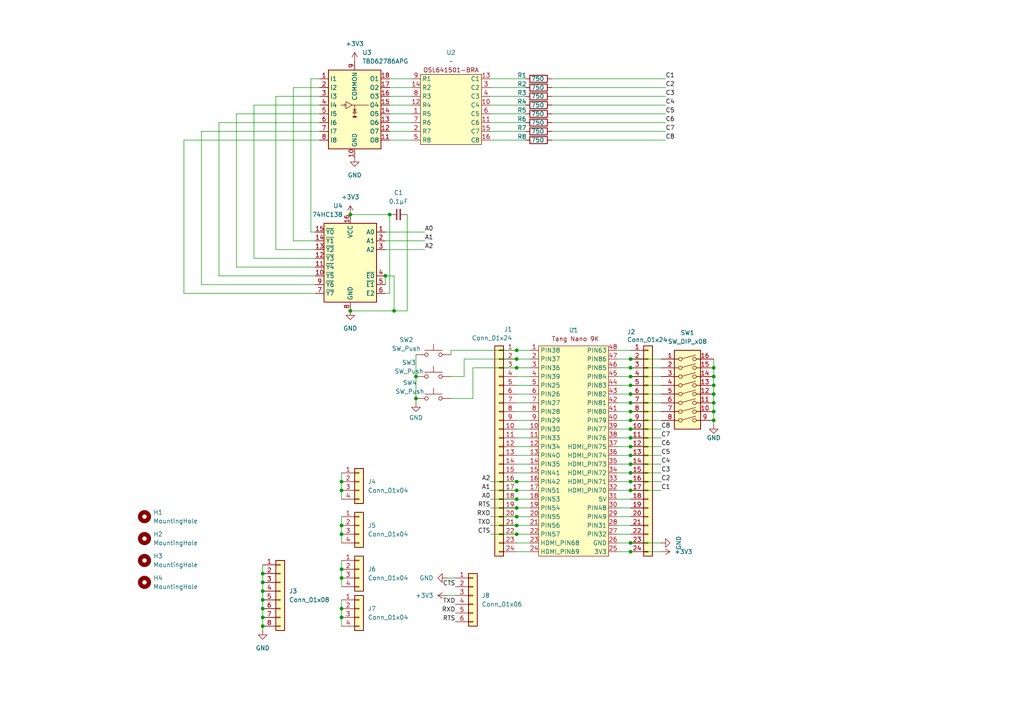
<source format=kicad_sch>
(kicad_sch (version 20231120) (generator "eeschema") (generator_version "8.0")
  (paper "A4")
  (lib_symbols
    (symbol "74xx:74HC138"
      (property "Reference" "U" (at -7.62 13.97 0))
      (property "Value" "74HC138" (at 2.54 -11.43 0))
      (symbol "74HC138_0_1"
        (rectangle (start -7.62 12.7) (end 7.62 -10.16) (stroke (width 0.254)) (fill (type background)))
      )
      (symbol "74HC138_1_1"
        (pin input line (at -10.16 10.16 0) (length 2.54) (name "A0") (number "1"))
        (pin output line (at 10.16 -2.54 180) (length 2.54) (name "~{Y5}") (number "10"))
        (pin output line (at 10.16 0 180) (length 2.54) (name "~{Y4}") (number "11"))
        (pin output line (at 10.16 2.54 180) (length 2.54) (name "~{Y3}") (number "12"))
        (pin output line (at 10.16 5.08 180) (length 2.54) (name "~{Y2}") (number "13"))
        (pin output line (at 10.16 7.62 180) (length 2.54) (name "~{Y1}") (number "14"))
        (pin output line (at 10.16 10.16 180) (length 2.54) (name "~{Y0}") (number "15"))
        (pin power_in line (at 0 15.24 270) (length 2.54) (name "VCC") (number "16"))
        (pin input line (at -10.16 7.62 0) (length 2.54) (name "A1") (number "2"))
        (pin input line (at -10.16 5.08 0) (length 2.54) (name "A2") (number "3"))
        (pin input line (at -10.16 -2.54 0) (length 2.54) (name "~{E0}") (number "4"))
        (pin input line (at -10.16 -5.08 0) (length 2.54) (name "~{E1}") (number "5"))
        (pin input line (at -10.16 -7.62 0) (length 2.54) (name "E2") (number "6"))
        (pin output line (at 10.16 -7.62 180) (length 2.54) (name "~{Y7}") (number "7"))
        (pin power_in line (at 0 -12.7 90) (length 2.54) (name "GND") (number "8"))
        (pin output line (at 10.16 -5.08 180) (length 2.54) (name "~{Y6}") (number "9"))
      )
    )
    (symbol "Connector_Generic:Conn_01x04" (pin_names (offset 1.016) hide)
      (property "Reference" "J" (at 0 5.08 0))
      (property "Value" "Conn_01x04" (at 0 -7.62 0))
      (symbol "Conn_01x04_1_1"
        (rectangle (start -1.27 -4.953) (end 0 -5.207) (stroke (width 0.1524)))
        (rectangle (start -1.27 -2.413) (end 0 -2.667) (stroke (width 0.1524)))
        (rectangle (start -1.27 0.127) (end 0 -0.127) (stroke (width 0.1524)))
        (rectangle (start -1.27 2.667) (end 0 2.413) (stroke (width 0.1524)))
        (rectangle (start -1.27 3.81) (end 1.27 -6.35) (stroke (width 0.254)) (fill (type background)))
        (pin passive line (at -5.08 2.54 0) (length 3.81) (name "Pin_1") (number "1"))
        (pin passive line (at -5.08 0 0) (length 3.81) (name "Pin_2") (number "2"))
        (pin passive line (at -5.08 -2.54 0) (length 3.81) (name "Pin_3") (number "3"))
        (pin passive line (at -5.08 -5.08 0) (length 3.81) (name "Pin_4") (number "4"))
      )
    )
    (symbol "Connector_Generic:Conn_01x06" (pin_names (offset 1.016) hide)
      (property "Reference" "J" (at 0 7.62 0))
      (property "Value" "Conn_01x06" (at 0 -10.16 0))
      (symbol "Conn_01x06_1_1"
        (rectangle (start -1.27 -7.493) (end 0 -7.747) (stroke (width 0.1524)))
        (rectangle (start -1.27 -4.953) (end 0 -5.207) (stroke (width 0.1524)))
        (rectangle (start -1.27 -2.413) (end 0 -2.667) (stroke (width 0.1524)))
        (rectangle (start -1.27 0.127) (end 0 -0.127) (stroke (width 0.1524)))
        (rectangle (start -1.27 2.667) (end 0 2.413) (stroke (width 0.1524)))
        (rectangle (start -1.27 5.207) (end 0 4.953) (stroke (width 0.1524)))
        (rectangle (start -1.27 6.35) (end 1.27 -8.89) (stroke (width 0.254)) (fill (type background)))
        (pin passive line (at -5.08 5.08 0) (length 3.81) (name "Pin_1") (number "1"))
        (pin passive line (at -5.08 2.54 0) (length 3.81) (name "Pin_2") (number "2"))
        (pin passive line (at -5.08 0 0) (length 3.81) (name "Pin_3") (number "3"))
        (pin passive line (at -5.08 -2.54 0) (length 3.81) (name "Pin_4") (number "4"))
        (pin passive line (at -5.08 -5.08 0) (length 3.81) (name "Pin_5") (number "5"))
        (pin passive line (at -5.08 -7.62 0) (length 3.81) (name "Pin_6") (number "6"))
      )
    )
    (symbol "Connector_Generic:Conn_01x08" (pin_names (offset 1.016) hide)
      (property "Reference" "J" (at 0 10.16 0))
      (property "Value" "Conn_01x08" (at 0 -12.7 0))
      (symbol "Conn_01x08_1_1"
        (rectangle (start -1.27 -10.033) (end 0 -10.287) (stroke (width 0.1524)))
        (rectangle (start -1.27 -7.493) (end 0 -7.747) (stroke (width 0.1524)))
        (rectangle (start -1.27 -4.953) (end 0 -5.207) (stroke (width 0.1524)))
        (rectangle (start -1.27 -2.413) (end 0 -2.667) (stroke (width 0.1524)))
        (rectangle (start -1.27 0.127) (end 0 -0.127) (stroke (width 0.1524)))
        (rectangle (start -1.27 2.667) (end 0 2.413) (stroke (width 0.1524)))
        (rectangle (start -1.27 5.207) (end 0 4.953) (stroke (width 0.1524)))
        (rectangle (start -1.27 7.747) (end 0 7.493) (stroke (width 0.1524)))
        (rectangle (start -1.27 8.89) (end 1.27 -11.43) (stroke (width 0.254)) (fill (type background)))
        (pin passive line (at -5.08 7.62 0) (length 3.81) (name "Pin_1") (number "1"))
        (pin passive line (at -5.08 5.08 0) (length 3.81) (name "Pin_2") (number "2"))
        (pin passive line (at -5.08 2.54 0) (length 3.81) (name "Pin_3") (number "3"))
        (pin passive line (at -5.08 0 0) (length 3.81) (name "Pin_4") (number "4"))
        (pin passive line (at -5.08 -2.54 0) (length 3.81) (name "Pin_5") (number "5"))
        (pin passive line (at -5.08 -5.08 0) (length 3.81) (name "Pin_6") (number "6"))
        (pin passive line (at -5.08 -7.62 0) (length 3.81) (name "Pin_7") (number "7"))
        (pin passive line (at -5.08 -10.16 0) (length 3.81) (name "Pin_8") (number "8"))
      )
    )
    (symbol "Connector_Generic:Conn_01x24" (pin_names (offset 1.016) hide)
      (property "Reference" "J" (at 0 30.48 0))
      (property "Value" "Conn_01x24" (at 0 -33.02 0))
      (symbol "Conn_01x24_1_1"
        (rectangle (start -1.27 -30.353) (end 0 -30.607) (stroke (width 0.1524)))
        (rectangle (start -1.27 -27.813) (end 0 -28.067) (stroke (width 0.1524)))
        (rectangle (start -1.27 -25.273) (end 0 -25.527) (stroke (width 0.1524)))
        (rectangle (start -1.27 -22.733) (end 0 -22.987) (stroke (width 0.1524)))
        (rectangle (start -1.27 -20.193) (end 0 -20.447) (stroke (width 0.1524)))
        (rectangle (start -1.27 -17.653) (end 0 -17.907) (stroke (width 0.1524)))
        (rectangle (start -1.27 -15.113) (end 0 -15.367) (stroke (width 0.1524)))
        (rectangle (start -1.27 -12.573) (end 0 -12.827) (stroke (width 0.1524)))
        (rectangle (start -1.27 -10.033) (end 0 -10.287) (stroke (width 0.1524)))
        (rectangle (start -1.27 -7.493) (end 0 -7.747) (stroke (width 0.1524)))
        (rectangle (start -1.27 -4.953) (end 0 -5.207) (stroke (width 0.1524)))
        (rectangle (start -1.27 -2.413) (end 0 -2.667) (stroke (width 0.1524)))
        (rectangle (start -1.27 0.127) (end 0 -0.127) (stroke (width 0.1524)))
        (rectangle (start -1.27 2.667) (end 0 2.413) (stroke (width 0.1524)))
        (rectangle (start -1.27 5.207) (end 0 4.953) (stroke (width 0.1524)))
        (rectangle (start -1.27 7.747) (end 0 7.493) (stroke (width 0.1524)))
        (rectangle (start -1.27 10.287) (end 0 10.033) (stroke (width 0.1524)))
        (rectangle (start -1.27 12.827) (end 0 12.573) (stroke (width 0.1524)))
        (rectangle (start -1.27 15.367) (end 0 15.113) (stroke (width 0.1524)))
        (rectangle (start -1.27 17.907) (end 0 17.653) (stroke (width 0.1524)))
        (rectangle (start -1.27 20.447) (end 0 20.193) (stroke (width 0.1524)))
        (rectangle (start -1.27 22.987) (end 0 22.733) (stroke (width 0.1524)))
        (rectangle (start -1.27 25.527) (end 0 25.273) (stroke (width 0.1524)))
        (rectangle (start -1.27 28.067) (end 0 27.813) (stroke (width 0.1524)))
        (rectangle (start -1.27 29.21) (end 1.27 -31.75) (stroke (width 0.254)) (fill (type background)))
        (pin passive line (at -5.08 27.94 0) (length 3.81) (name "Pin_1") (number "1"))
        (pin passive line (at -5.08 5.08 0) (length 3.81) (name "Pin_10") (number "10"))
        (pin passive line (at -5.08 2.54 0) (length 3.81) (name "Pin_11") (number "11"))
        (pin passive line (at -5.08 0 0) (length 3.81) (name "Pin_12") (number "12"))
        (pin passive line (at -5.08 -2.54 0) (length 3.81) (name "Pin_13") (number "13"))
        (pin passive line (at -5.08 -5.08 0) (length 3.81) (name "Pin_14") (number "14"))
        (pin passive line (at -5.08 -7.62 0) (length 3.81) (name "Pin_15") (number "15"))
        (pin passive line (at -5.08 -10.16 0) (length 3.81) (name "Pin_16") (number "16"))
        (pin passive line (at -5.08 -12.7 0) (length 3.81) (name "Pin_17") (number "17"))
        (pin passive line (at -5.08 -15.24 0) (length 3.81) (name "Pin_18") (number "18"))
        (pin passive line (at -5.08 -17.78 0) (length 3.81) (name "Pin_19") (number "19"))
        (pin passive line (at -5.08 25.4 0) (length 3.81) (name "Pin_2") (number "2"))
        (pin passive line (at -5.08 -20.32 0) (length 3.81) (name "Pin_20") (number "20"))
        (pin passive line (at -5.08 -22.86 0) (length 3.81) (name "Pin_21") (number "21"))
        (pin passive line (at -5.08 -25.4 0) (length 3.81) (name "Pin_22") (number "22"))
        (pin passive line (at -5.08 -27.94 0) (length 3.81) (name "Pin_23") (number "23"))
        (pin passive line (at -5.08 -30.48 0) (length 3.81) (name "Pin_24") (number "24"))
        (pin passive line (at -5.08 22.86 0) (length 3.81) (name "Pin_3") (number "3"))
        (pin passive line (at -5.08 20.32 0) (length 3.81) (name "Pin_4") (number "4"))
        (pin passive line (at -5.08 17.78 0) (length 3.81) (name "Pin_5") (number "5"))
        (pin passive line (at -5.08 15.24 0) (length 3.81) (name "Pin_6") (number "6"))
        (pin passive line (at -5.08 12.7 0) (length 3.81) (name "Pin_7") (number "7"))
        (pin passive line (at -5.08 10.16 0) (length 3.81) (name "Pin_8") (number "8"))
        (pin passive line (at -5.08 7.62 0) (length 3.81) (name "Pin_9") (number "9"))
      )
    )
    (symbol "Device:C_Small" (pin_numbers hide) (pin_names (offset 0.254) hide)
      (property "Reference" "C" (at 0.254 1.778 0))
      (property "Value" "C_Small" (at 0.254 -2.032 0))
      (symbol "C_Small_0_1"
        (polyline (pts (xy -1.524 -0.508) (xy 1.524 -0.508)) (stroke (width 0.3302)))
        (polyline (pts (xy -1.524 0.508) (xy 1.524 0.508)) (stroke (width 0.3048)))
      )
      (symbol "C_Small_1_1"
        (pin passive line (at 0 2.54 270) (length 2.032) (name "~") (number "1"))
        (pin passive line (at 0 -2.54 90) (length 2.032) (name "~") (number "2"))
      )
    )
    (symbol "Device:R" (pin_numbers hide) (pin_names (offset 0))
      (property "Reference" "R" (at 2.032 0 90))
      (property "Value" "R" (at 0 0 90))
      (symbol "R_0_1"
        (rectangle (start -1.016 -2.54) (end 1.016 2.54) (stroke (width 0.254)))
      )
      (symbol "R_1_1"
        (pin passive line (at 0 3.81 270) (length 1.27) (name "~") (number "1"))
        (pin passive line (at 0 -3.81 90) (length 1.27) (name "~") (number "2"))
      )
    )
    (symbol "Mechanical:MountingHole" (pin_names (offset 1.016)) (exclude_from_sim yes) (in_bom no)
      (property "Reference" "H" (at 0 5.08 0))
      (property "Value" "MountingHole" (at 0 3.175 0))
      (symbol "MountingHole_0_1"
        (circle (center 0 0) (radius 1.27) (stroke (width 1.27)))
      )
    )
    (symbol "Switch:SW_DIP_x08" (pin_names (offset 0) hide)
      (property "Reference" "SW" (at 0 13.97 0))
      (property "Value" "SW_DIP_x08" (at 0 -11.43 0))
      (symbol "SW_DIP_x08_0_0"
        (circle (center -2.032 -7.62) (radius 0.508))
        (circle (center -2.032 -5.08) (radius 0.508))
        (circle (center -2.032 -2.54) (radius 0.508))
        (circle (center -2.032 0) (radius 0.508))
        (circle (center -2.032 2.54) (radius 0.508))
        (circle (center -2.032 5.08) (radius 0.508))
        (circle (center -2.032 7.62) (radius 0.508))
        (circle (center -2.032 10.16) (radius 0.508))
        (polyline (pts (xy -1.524 -7.4676) (xy 2.3622 -6.4262)))
        (polyline (pts (xy -1.524 -4.9276) (xy 2.3622 -3.8862)))
        (polyline (pts (xy -1.524 -2.3876) (xy 2.3622 -1.3462)))
        (polyline (pts (xy -1.524 0.127) (xy 2.3622 1.1684)))
        (polyline (pts (xy -1.524 2.667) (xy 2.3622 3.7084)))
        (polyline (pts (xy -1.524 5.207) (xy 2.3622 6.2484)))
        (polyline (pts (xy -1.524 7.747) (xy 2.3622 8.7884)))
        (polyline (pts (xy -1.524 10.287) (xy 2.3622 11.3284)))
        (circle (center 2.032 -7.62) (radius 0.508))
        (circle (center 2.032 -5.08) (radius 0.508))
        (circle (center 2.032 -2.54) (radius 0.508))
        (circle (center 2.032 0) (radius 0.508))
        (circle (center 2.032 2.54) (radius 0.508))
        (circle (center 2.032 5.08) (radius 0.508))
        (circle (center 2.032 7.62) (radius 0.508))
        (circle (center 2.032 10.16) (radius 0.508))
      )
      (symbol "SW_DIP_x08_0_1"
        (rectangle (start -3.81 12.7) (end 3.81 -10.16) (stroke (width 0.254)) (fill (type background)))
      )
      (symbol "SW_DIP_x08_1_1"
        (pin passive line (at -7.62 10.16 0) (length 5.08) (name "~") (number "1"))
        (pin passive line (at 7.62 -5.08 180) (length 5.08) (name "~") (number "10"))
        (pin passive line (at 7.62 -2.54 180) (length 5.08) (name "~") (number "11"))
        (pin passive line (at 7.62 0 180) (length 5.08) (name "~") (number "12"))
        (pin passive line (at 7.62 2.54 180) (length 5.08) (name "~") (number "13"))
        (pin passive line (at 7.62 5.08 180) (length 5.08) (name "~") (number "14"))
        (pin passive line (at 7.62 7.62 180) (length 5.08) (name "~") (number "15"))
        (pin passive line (at 7.62 10.16 180) (length 5.08) (name "~") (number "16"))
        (pin passive line (at -7.62 7.62 0) (length 5.08) (name "~") (number "2"))
        (pin passive line (at -7.62 5.08 0) (length 5.08) (name "~") (number "3"))
        (pin passive line (at -7.62 2.54 0) (length 5.08) (name "~") (number "4"))
        (pin passive line (at -7.62 0 0) (length 5.08) (name "~") (number "5"))
        (pin passive line (at -7.62 -2.54 0) (length 5.08) (name "~") (number "6"))
        (pin passive line (at -7.62 -5.08 0) (length 5.08) (name "~") (number "7"))
        (pin passive line (at -7.62 -7.62 0) (length 5.08) (name "~") (number "8"))
        (pin passive line (at 7.62 -7.62 180) (length 5.08) (name "~") (number "9"))
      )
    )
    (symbol "Switch:SW_Push" (pin_numbers hide) (pin_names (offset 1.016) hide)
      (property "Reference" "SW" (at 1.27 2.54 0))
      (property "Value" "SW_Push" (at 0 -1.524 0))
      (symbol "SW_Push_0_1"
        (circle (center -2.032 0) (radius 0.508))
        (polyline (pts (xy 0 1.27) (xy 0 3.048)))
        (polyline (pts (xy 2.54 1.27) (xy -2.54 1.27)))
        (circle (center 2.032 0) (radius 0.508))
        (pin passive line (at -5.08 0 0) (length 2.54) (name "1") (number "1"))
        (pin passive line (at 5.08 0 180) (length 2.54) (name "2") (number "2"))
      )
    )
    (symbol "power:+3V3" (power) (pin_numbers hide) (pin_names (offset 0) hide)
      (property "Value" "+3V3" (at 0 3.556 0))
      (symbol "+3V3_0_1"
        (polyline (pts (xy -0.762 1.27) (xy 0 2.54)))
        (polyline (pts (xy 0 0) (xy 0 2.54)))
        (polyline (pts (xy 0 2.54) (xy 0.762 1.27)))
      )
      (symbol "+3V3_1_1"
        (pin power_in line (at 0 0 90) (length 0) (name "~") (number "1"))
      )
    )
    (symbol "power:GND" (power) (pin_numbers hide) (pin_names (offset 0) hide)
      (property "Value" "GND" (at 0 -3.81 0))
      (symbol "GND_0_1"
        (polyline (pts (xy 0 0) (xy 0 -1.27) (xy 1.27 -1.27) (xy 0 -2.54) (xy -1.27 -1.27) (xy 0 -1.27)))
      )
      (symbol "GND_1_1"
        (pin power_in line (at 0 0 270) (length 0) (name "~") (number "1"))
      )
    )
    (symbol "yuma_bf:OSL641501-BRA"
      (property "Reference" "U" (at 0 0 0))
      (symbol "OSL641501-BRA_1_1"
        (rectangle (start -8.89 10.16) (end 8.89 -10.16) (fill (type background)))
        (text "OSL641501-BRA" (at 0 11.43 0) (effects (font (size 1.27 1.27))))
        (pin input line (at -11.43 -1.27 0) (length 2.54) (name "R5") (number "1"))
        (pin input line (at 11.43 1.27 180) (length 2.54) (name "C4") (number "10"))
        (pin input line (at 11.43 -3.81 180) (length 2.54) (name "C6") (number "11"))
        (pin input line (at -11.43 1.27 0) (length 2.54) (name "R4") (number "12"))
        (pin input line (at 11.43 8.89 180) (length 2.54) (name "C1") (number "13"))
        (pin input line (at -11.43 6.35 0) (length 2.54) (name "R2") (number "14"))
        (pin input line (at 11.43 -6.35 180) (length 2.54) (name "C7") (number "15"))
        (pin input line (at 11.43 -8.89 180) (length 2.54) (name "C8") (number "16"))
        (pin input line (at -11.43 -6.35 0) (length 2.54) (name "R7") (number "2"))
        (pin input line (at 11.43 6.35 180) (length 2.54) (name "C2") (number "3"))
        (pin input line (at 11.43 3.81 180) (length 2.54) (name "C3") (number "4"))
        (pin input line (at -11.43 -8.89 0) (length 2.54) (name "R8") (number "5"))
        (pin input line (at 11.43 -1.27 180) (length 2.54) (name "C5") (number "6"))
        (pin input line (at -11.43 -3.81 0) (length 2.54) (name "R6") (number "7"))
        (pin input line (at -11.43 3.81 0) (length 2.54) (name "R3") (number "8"))
        (pin input line (at -11.43 8.89 0) (length 2.54) (name "R1") (number "9"))
      )
    )
    (symbol "yuma_bf:TBD62786APG"
      (property "Reference" "U3" (at 2.1941 15.24 0))
      (property "Value" "TBD62786APG" (at 2.1941 12.7 0))
      (symbol "TBD62786APG_0_1"
        (rectangle (start -7.62 10.16) (end 7.62 -12.7) (stroke (width 0.254)) (fill (type background)))
        (circle (center -2.794 0) (radius 0.254))
        (rectangle (start -0.508 -3.302) (end 0.508 -3.556) (fill (type outline)))
        (polyline (pts (xy -4.064 0) (xy -3.048 0)))
        (polyline (pts (xy -1.778 -2.794) (xy -1.778 -2.794)) (stroke (width 0.254)))
        (polyline (pts (xy -1.778 -2.032) (xy -1.778 -2.032)) (stroke (width 0.254)))
        (polyline (pts (xy -1.778 -1.27) (xy -1.778 -1.27)) (stroke (width 0.254)))
        (polyline (pts (xy -1.778 1.27) (xy -1.778 1.27)) (stroke (width 0.254)))
        (polyline (pts (xy -1.778 2.032) (xy -1.778 2.032)) (stroke (width 0.254)))
        (polyline (pts (xy -1.778 2.794) (xy -1.778 2.794)) (stroke (width 0.254)))
        (polyline (pts (xy -0.762 0) (xy 4.064 0)))
        (polyline (pts (xy -0.508 -1.27) (xy 0.508 -1.27)))
        (polyline (pts (xy 0 0) (xy 0 -3.302)))
        (polyline (pts (xy 0 0) (xy 0 0)) (stroke (width 0.508)))
        (polyline (pts (xy 0 -1.27) (xy -0.508 -2.286) (xy 0.508 -2.286) (xy 0 -1.27)))
        (polyline (pts (xy -2.54 0) (xy -2.54 0) (xy -2.54 1.016) (xy -0.762 0) (xy -2.54 -1.016) (xy -2.54 0)))
      )
      (symbol "TBD62786APG_1_1"
        (pin input line (at -10.16 7.62 0) (length 2.54) (name "I1") (number "1"))
        (pin power_in line (at 0 -15.24 90) (length 2.54) (name "GND") (number "10"))
        (pin open_emitter line (at 10.16 -10.16 180) (length 2.54) (name "O8") (number "11"))
        (pin open_emitter line (at 10.16 -7.62 180) (length 2.54) (name "O7") (number "12"))
        (pin open_emitter line (at 10.16 -5.08 180) (length 2.54) (name "O6") (number "13"))
        (pin open_emitter line (at 10.16 -2.54 180) (length 2.54) (name "O5") (number "14"))
        (pin open_emitter line (at 10.16 0 180) (length 2.54) (name "O4") (number "15"))
        (pin open_emitter line (at 10.16 2.54 180) (length 2.54) (name "O3") (number "16"))
        (pin open_emitter line (at 10.16 5.08 180) (length 2.54) (name "O2") (number "17"))
        (pin open_emitter line (at 10.16 7.62 180) (length 2.54) (name "O1") (number "18"))
        (pin input line (at -10.16 5.08 0) (length 2.54) (name "I2") (number "2"))
        (pin input line (at -10.16 2.54 0) (length 2.54) (name "I3") (number "3"))
        (pin input line (at -10.16 0 0) (length 2.54) (name "I4") (number "4"))
        (pin input line (at -10.16 -2.54 0) (length 2.54) (name "I5") (number "5"))
        (pin input line (at -10.16 -5.08 0) (length 2.54) (name "I6") (number "6"))
        (pin input line (at -10.16 -7.62 0) (length 2.54) (name "I7") (number "7"))
        (pin input line (at -10.16 -10.16 0) (length 2.54) (name "I8") (number "8"))
        (pin power_in line (at 0 12.7 270) (length 2.54) (name "COMMON") (number "9"))
      )
    )
    (symbol "yuma_bf:Tang_Nano_9K"
      (property "Reference" "U" (at 0 -0.508 0))
      (symbol "Tang_Nano_9K_1_1"
        (rectangle (start -10.16 29.21) (end 10.16 -31.75) (fill (type background)))
        (text "Tang Nano 9K\n" (at 0.508 31.242 0) (effects (font (size 1.27 1.27))))
        (pin bidirectional line (at -12.7 27.94 0) (length 2.54) (name "PIN38") (number "1"))
        (pin bidirectional line (at -12.7 5.08 0) (length 2.54) (name "PIN30") (number "10"))
        (pin bidirectional line (at -12.7 2.54 0) (length 2.54) (name "PIN33") (number "11"))
        (pin bidirectional line (at -12.7 0 0) (length 2.54) (name "PIN34") (number "12"))
        (pin bidirectional line (at -12.7 -2.54 0) (length 2.54) (name "PIN40") (number "13"))
        (pin bidirectional line (at -12.7 -5.08 0) (length 2.54) (name "PIN35") (number "14"))
        (pin bidirectional line (at -12.7 -7.62 0) (length 2.54) (name "PIN41") (number "15"))
        (pin bidirectional line (at -12.7 -10.16 0) (length 2.54) (name "PIN42") (number "16"))
        (pin bidirectional line (at -12.7 -12.7 0) (length 2.54) (name "PIN51") (number "17"))
        (pin bidirectional line (at -12.7 -15.24 0) (length 2.54) (name "PIN53") (number "18"))
        (pin bidirectional line (at -12.7 -17.78 0) (length 2.54) (name "PIN54") (number "19"))
        (pin bidirectional line (at -12.7 25.4 0) (length 2.54) (name "PIN37") (number "2"))
        (pin bidirectional line (at -12.7 -20.32 0) (length 2.54) (name "PIN55") (number "20"))
        (pin bidirectional line (at -12.7 -22.86 0) (length 2.54) (name "PIN56") (number "21"))
        (pin bidirectional line (at -12.7 -25.4 0) (length 2.54) (name "PIN57") (number "22"))
        (pin bidirectional line (at -12.7 -27.94 0) (length 2.54) (name "HDMI_PIN68") (number "23"))
        (pin bidirectional line (at -12.7 -30.48 0) (length 2.54) (name "HDMI_PIN69") (number "24"))
        (pin power_out line (at 12.7 -30.48 180) (length 2.54) (name "3V3") (number "25"))
        (pin power_out line (at 12.7 -27.94 180) (length 2.54) (name "GND") (number "26"))
        (pin bidirectional line (at 12.7 -25.4 180) (length 2.54) (name "PIN32") (number "27"))
        (pin bidirectional line (at 12.7 -22.86 180) (length 2.54) (name "PIN31") (number "28"))
        (pin bidirectional line (at 12.7 -20.32 180) (length 2.54) (name "PIN49") (number "29"))
        (pin bidirectional line (at -12.7 22.86 0) (length 2.54) (name "PIN36") (number "3"))
        (pin bidirectional line (at 12.7 -17.78 180) (length 2.54) (name "PIN48") (number "30"))
        (pin power_out line (at 12.7 -15.24 180) (length 2.54) (name "5V") (number "31"))
        (pin bidirectional line (at 12.7 -12.7 180) (length 2.54) (name "HDMI_PIN70") (number "32"))
        (pin bidirectional line (at 12.7 -10.16 180) (length 2.54) (name "HDMI_PIN71") (number "33"))
        (pin bidirectional line (at 12.7 -7.62 180) (length 2.54) (name "HDMI_PIN72") (number "34"))
        (pin bidirectional line (at 12.7 -5.08 180) (length 2.54) (name "HDMI_PIN73") (number "35"))
        (pin bidirectional line (at 12.7 -2.54 180) (length 2.54) (name "HDMI_PIN74") (number "36"))
        (pin bidirectional line (at 12.7 0 180) (length 2.54) (name "HDMI_PIN75") (number "37"))
        (pin bidirectional line (at 12.7 2.54 180) (length 2.54) (name "PIN76") (number "38"))
        (pin bidirectional line (at 12.7 5.08 180) (length 2.54) (name "PIN77") (number "39"))
        (pin bidirectional line (at -12.7 20.32 0) (length 2.54) (name "PIN39") (number "4"))
        (pin bidirectional line (at 12.7 7.62 180) (length 2.54) (name "PIN79") (number "40"))
        (pin bidirectional line (at 12.7 10.16 180) (length 2.54) (name "PIN80") (number "41"))
        (pin bidirectional line (at 12.7 12.7 180) (length 2.54) (name "PIN81") (number "42"))
        (pin bidirectional line (at 12.7 15.24 180) (length 2.54) (name "PIN82") (number "43"))
        (pin bidirectional line (at 12.7 17.78 180) (length 2.54) (name "PIN83") (number "44"))
        (pin bidirectional line (at 12.7 20.32 180) (length 2.54) (name "PIN84") (number "45"))
        (pin bidirectional line (at 12.7 22.86 180) (length 2.54) (name "PIN85") (number "46"))
        (pin bidirectional line (at 12.7 25.4 180) (length 2.54) (name "PIN86") (number "47"))
        (pin bidirectional line (at 12.7 27.94 180) (length 2.54) (name "PIN63") (number "48"))
        (pin bidirectional line (at -12.7 17.78 0) (length 2.54) (name "PIN25") (number "5"))
        (pin bidirectional line (at -12.7 15.24 0) (length 2.54) (name "PIN26") (number "6"))
        (pin bidirectional line (at -12.7 12.7 0) (length 2.54) (name "PIN27") (number "7"))
        (pin bidirectional line (at -12.7 10.16 0) (length 2.54) (name "PIN28") (number "8"))
        (pin bidirectional line (at -12.7 7.62 0) (length 2.54) (name "PIN29") (number "9"))
      )
    )
  )
  (junction (at 114.3 90.17))
  (junction (at 76.2 168.91))
  (junction (at 207.01 114.3))
  (junction (at 182.88 139.7))
  (junction (at 99.06 179.07))
  (junction (at 182.88 160.02))
  (junction (at 182.88 124.46))
  (junction (at 149.86 144.78))
  (junction (at 149.86 106.68))
  (junction (at 182.88 134.62))
  (junction (at 207.01 109.22))
  (junction (at 207.01 106.68))
  (junction (at 99.06 176.53))
  (junction (at 182.88 129.54))
  (junction (at 113.03 62.23))
  (junction (at 182.88 127))
  (junction (at 182.88 111.76))
  (junction (at 149.86 147.32))
  (junction (at 76.2 179.07))
  (junction (at 120.65 115.57))
  (junction (at 111.76 80.01))
  (junction (at 99.06 154.94))
  (junction (at 99.06 152.4))
  (junction (at 207.01 119.38))
  (junction (at 182.88 142.24))
  (junction (at 182.88 132.08))
  (junction (at 182.88 109.22))
  (junction (at 182.88 104.14))
  (junction (at 207.01 121.92))
  (junction (at 182.88 137.16))
  (junction (at 182.88 114.3))
  (junction (at 101.6 62.23))
  (junction (at 76.2 181.61))
  (junction (at 120.65 109.22))
  (junction (at 101.6 90.17))
  (junction (at 207.01 116.84))
  (junction (at 149.86 101.6))
  (junction (at 99.06 165.1))
  (junction (at 99.06 142.24))
  (junction (at 149.86 154.94))
  (junction (at 76.2 176.53))
  (junction (at 76.2 171.45))
  (junction (at 182.88 157.48))
  (junction (at 149.86 149.86))
  (junction (at 182.88 106.68))
  (junction (at 149.86 142.24))
  (junction (at 76.2 166.37))
  (junction (at 149.86 104.14))
  (junction (at 149.86 139.7))
  (junction (at 182.88 121.92))
  (junction (at 76.2 173.99))
  (junction (at 207.01 111.76))
  (junction (at 182.88 119.38))
  (junction (at 99.06 167.64))
  (junction (at 149.86 152.4))
  (junction (at 182.88 116.84))
  (junction (at 99.06 139.7))
  (wire (pts (xy 182.88 144.78) (xy 179.07 144.78)))
  (wire (pts (xy 142.24 38.1) (xy 152.4 38.1)))
  (wire (pts (xy 118.11 62.23) (xy 118.11 90.17)))
  (wire (pts (xy 182.88 114.3) (xy 179.07 114.3)))
  (wire (pts (xy 111.76 80.01) (xy 114.3 80.01)))
  (wire (pts (xy 149.86 109.22) (xy 153.67 109.22)))
  (wire (pts (xy 191.77 114.3) (xy 182.88 114.3)))
  (wire (pts (xy 149.86 152.4) (xy 153.67 152.4)))
  (wire (pts (xy 142.24 139.7) (xy 149.86 139.7)))
  (wire (pts (xy 149.86 157.48) (xy 153.67 157.48)))
  (wire (pts (xy 137.16 115.57) (xy 137.16 106.68)))
  (wire (pts (xy 142.24 152.4) (xy 149.86 152.4)))
  (wire (pts (xy 182.88 101.6) (xy 179.07 101.6)))
  (wire (pts (xy 134.62 104.14) (xy 134.62 109.22)))
  (wire (pts (xy 191.77 104.14) (xy 182.88 104.14)))
  (wire (pts (xy 99.06 173.99) (xy 99.06 176.53)))
  (wire (pts (xy 113.03 40.64) (xy 119.38 40.64)))
  (wire (pts (xy 191.77 124.46) (xy 182.88 124.46)))
  (wire (pts (xy 160.02 22.86) (xy 193.04 22.86)))
  (wire (pts (xy 149.86 137.16) (xy 153.67 137.16)))
  (wire (pts (xy 160.02 33.02) (xy 193.04 33.02)))
  (wire (pts (xy 111.76 85.09) (xy 113.03 85.09)))
  (wire (pts (xy 76.2 181.61) (xy 76.2 182.88)))
  (wire (pts (xy 85.09 25.4) (xy 92.71 25.4)))
  (wire (pts (xy 85.09 69.85) (xy 85.09 25.4)))
  (wire (pts (xy 149.86 111.76) (xy 153.67 111.76)))
  (wire (pts (xy 101.6 90.17) (xy 114.3 90.17)))
  (wire (pts (xy 182.88 121.92) (xy 179.07 121.92)))
  (wire (pts (xy 90.17 67.31) (xy 90.17 22.86)))
  (wire (pts (xy 182.88 129.54) (xy 179.07 129.54)))
  (wire (pts (xy 80.01 27.94) (xy 92.71 27.94)))
  (wire (pts (xy 113.03 25.4) (xy 119.38 25.4)))
  (wire (pts (xy 53.34 40.64) (xy 92.71 40.64)))
  (wire (pts (xy 53.34 85.09) (xy 53.34 40.64)))
  (wire (pts (xy 76.2 166.37) (xy 76.2 168.91)))
  (wire (pts (xy 142.24 33.02) (xy 152.4 33.02)))
  (wire (pts (xy 149.86 154.94) (xy 153.67 154.94)))
  (wire (pts (xy 182.88 109.22) (xy 179.07 109.22)))
  (wire (pts (xy 149.86 134.62) (xy 153.67 134.62)))
  (wire (pts (xy 101.6 62.23) (xy 113.03 62.23)))
  (wire (pts (xy 58.42 82.55) (xy 58.42 38.1)))
  (wire (pts (xy 149.86 114.3) (xy 153.67 114.3)))
  (wire (pts (xy 80.01 72.39) (xy 80.01 27.94)))
  (wire (pts (xy 191.77 137.16) (xy 182.88 137.16)))
  (wire (pts (xy 113.03 33.02) (xy 119.38 33.02)))
  (wire (pts (xy 68.58 77.47) (xy 68.58 33.02)))
  (wire (pts (xy 91.44 72.39) (xy 80.01 72.39)))
  (wire (pts (xy 111.76 67.31) (xy 123.19 67.31)))
  (wire (pts (xy 99.06 154.94) (xy 99.06 157.48)))
  (wire (pts (xy 160.02 38.1) (xy 193.04 38.1)))
  (wire (pts (xy 99.06 149.86) (xy 99.06 152.4)))
  (wire (pts (xy 149.86 132.08) (xy 153.67 132.08)))
  (wire (pts (xy 149.86 149.86) (xy 153.67 149.86)))
  (wire (pts (xy 182.88 127) (xy 179.07 127)))
  (wire (pts (xy 149.86 121.92) (xy 153.67 121.92)))
  (wire (pts (xy 63.5 35.56) (xy 92.71 35.56)))
  (wire (pts (xy 142.24 27.94) (xy 152.4 27.94)))
  (wire (pts (xy 99.06 176.53) (xy 99.06 179.07)))
  (wire (pts (xy 149.86 127) (xy 153.67 127)))
  (wire (pts (xy 142.24 40.64) (xy 152.4 40.64)))
  (wire (pts (xy 149.86 129.54) (xy 153.67 129.54)))
  (wire (pts (xy 113.03 35.56) (xy 119.38 35.56)))
  (wire (pts (xy 149.86 124.46) (xy 153.67 124.46)))
  (wire (pts (xy 113.03 30.48) (xy 119.38 30.48)))
  (wire (pts (xy 160.02 35.56) (xy 193.04 35.56)))
  (wire (pts (xy 191.77 134.62) (xy 182.88 134.62)))
  (wire (pts (xy 182.88 149.86) (xy 179.07 149.86)))
  (wire (pts (xy 191.77 129.54) (xy 182.88 129.54)))
  (wire (pts (xy 76.2 168.91) (xy 76.2 171.45)))
  (wire (pts (xy 191.77 132.08) (xy 182.88 132.08)))
  (wire (pts (xy 182.88 152.4) (xy 179.07 152.4)))
  (wire (pts (xy 191.77 116.84) (xy 182.88 116.84)))
  (wire (pts (xy 91.44 82.55) (xy 58.42 82.55)))
  (wire (pts (xy 90.17 22.86) (xy 92.71 22.86)))
  (wire (pts (xy 111.76 69.85) (xy 123.19 69.85)))
  (wire (pts (xy 132.08 172.72) (xy 129.54 172.72)))
  (wire (pts (xy 99.06 152.4) (xy 99.06 154.94)))
  (wire (pts (xy 182.88 160.02) (xy 179.07 160.02)))
  (wire (pts (xy 130.81 102.87) (xy 130.81 101.6)))
  (wire (pts (xy 191.77 109.22) (xy 182.88 109.22)))
  (wire (pts (xy 111.76 80.01) (xy 111.76 82.55)))
  (wire (pts (xy 207.01 106.68) (xy 207.01 109.22)))
  (wire (pts (xy 149.86 101.6) (xy 153.67 101.6)))
  (wire (pts (xy 132.08 167.64) (xy 129.54 167.64)))
  (wire (pts (xy 207.01 104.14) (xy 207.01 106.68)))
  (wire (pts (xy 73.66 74.93) (xy 73.66 30.48)))
  (wire (pts (xy 99.06 142.24) (xy 99.06 144.78)))
  (wire (pts (xy 182.88 116.84) (xy 179.07 116.84)))
  (wire (pts (xy 182.88 106.68) (xy 179.07 106.68)))
  (wire (pts (xy 191.77 121.92) (xy 182.88 121.92)))
  (wire (pts (xy 182.88 132.08) (xy 179.07 132.08)))
  (wire (pts (xy 182.88 147.32) (xy 179.07 147.32)))
  (wire (pts (xy 91.44 69.85) (xy 85.09 69.85)))
  (wire (pts (xy 182.88 154.94) (xy 179.07 154.94)))
  (wire (pts (xy 142.24 144.78) (xy 149.86 144.78)))
  (wire (pts (xy 182.88 142.24) (xy 179.07 142.24)))
  (wire (pts (xy 120.65 116.84) (xy 120.65 115.57)))
  (wire (pts (xy 207.01 114.3) (xy 207.01 116.84)))
  (wire (pts (xy 99.06 179.07) (xy 99.06 181.61)))
  (wire (pts (xy 191.77 139.7) (xy 182.88 139.7)))
  (wire (pts (xy 142.24 149.86) (xy 149.86 149.86)))
  (wire (pts (xy 58.42 38.1) (xy 92.71 38.1)))
  (wire (pts (xy 113.03 38.1) (xy 119.38 38.1)))
  (wire (pts (xy 207.01 111.76) (xy 207.01 114.3)))
  (wire (pts (xy 149.86 116.84) (xy 153.67 116.84)))
  (wire (pts (xy 99.06 162.56) (xy 99.06 165.1)))
  (wire (pts (xy 63.5 80.01) (xy 63.5 35.56)))
  (wire (pts (xy 160.02 25.4) (xy 193.04 25.4)))
  (wire (pts (xy 114.3 80.01) (xy 114.3 90.17)))
  (wire (pts (xy 120.65 102.87) (xy 120.65 109.22)))
  (wire (pts (xy 182.88 104.14) (xy 179.07 104.14)))
  (wire (pts (xy 149.86 119.38) (xy 153.67 119.38)))
  (wire (pts (xy 149.86 104.14) (xy 153.67 104.14)))
  (wire (pts (xy 191.77 119.38) (xy 182.88 119.38)))
  (wire (pts (xy 99.06 137.16) (xy 99.06 139.7)))
  (wire (pts (xy 149.86 142.24) (xy 153.67 142.24)))
  (wire (pts (xy 130.81 101.6) (xy 149.86 101.6)))
  (wire (pts (xy 182.88 111.76) (xy 179.07 111.76)))
  (wire (pts (xy 142.24 22.86) (xy 152.4 22.86)))
  (wire (pts (xy 76.2 176.53) (xy 76.2 179.07)))
  (wire (pts (xy 113.03 27.94) (xy 119.38 27.94)))
  (wire (pts (xy 160.02 27.94) (xy 193.04 27.94)))
  (wire (pts (xy 182.88 124.46) (xy 179.07 124.46)))
  (wire (pts (xy 149.86 160.02) (xy 153.67 160.02)))
  (wire (pts (xy 130.81 115.57) (xy 137.16 115.57)))
  (wire (pts (xy 182.88 157.48) (xy 179.07 157.48)))
  (wire (pts (xy 142.24 147.32) (xy 149.86 147.32)))
  (wire (pts (xy 91.44 80.01) (xy 63.5 80.01)))
  (wire (pts (xy 182.88 134.62) (xy 179.07 134.62)))
  (wire (pts (xy 182.88 157.48) (xy 191.77 157.48)))
  (wire (pts (xy 207.01 119.38) (xy 207.01 121.92)))
  (wire (pts (xy 182.88 137.16) (xy 179.07 137.16)))
  (wire (pts (xy 207.01 109.22) (xy 207.01 111.76)))
  (wire (pts (xy 99.06 167.64) (xy 99.06 170.18)))
  (wire (pts (xy 207.01 116.84) (xy 207.01 119.38)))
  (wire (pts (xy 149.86 139.7) (xy 153.67 139.7)))
  (wire (pts (xy 134.62 109.22) (xy 130.81 109.22)))
  (wire (pts (xy 91.44 85.09) (xy 53.34 85.09)))
  (wire (pts (xy 99.06 165.1) (xy 99.06 167.64)))
  (wire (pts (xy 113.03 85.09) (xy 113.03 62.23)))
  (wire (pts (xy 142.24 154.94) (xy 149.86 154.94)))
  (wire (pts (xy 191.77 142.24) (xy 182.88 142.24)))
  (wire (pts (xy 68.58 33.02) (xy 92.71 33.02)))
  (wire (pts (xy 142.24 25.4) (xy 152.4 25.4)))
  (wire (pts (xy 160.02 40.64) (xy 193.04 40.64)))
  (wire (pts (xy 182.88 160.02) (xy 191.77 160.02)))
  (wire (pts (xy 76.2 171.45) (xy 76.2 173.99)))
  (wire (pts (xy 73.66 30.48) (xy 92.71 30.48)))
  (wire (pts (xy 142.24 30.48) (xy 152.4 30.48)))
  (wire (pts (xy 160.02 30.48) (xy 193.04 30.48)))
  (wire (pts (xy 99.06 139.7) (xy 99.06 142.24)))
  (wire (pts (xy 149.86 106.68) (xy 153.67 106.68)))
  (wire (pts (xy 149.86 144.78) (xy 153.67 144.78)))
  (wire (pts (xy 113.03 22.86) (xy 119.38 22.86)))
  (wire (pts (xy 76.2 173.99) (xy 76.2 176.53)))
  (wire (pts (xy 191.77 106.68) (xy 182.88 106.68)))
  (wire (pts (xy 191.77 127) (xy 182.88 127)))
  (wire (pts (xy 137.16 106.68) (xy 149.86 106.68)))
  (wire (pts (xy 111.76 72.39) (xy 123.19 72.39)))
  (wire (pts (xy 118.11 90.17) (xy 114.3 90.17)))
  (wire (pts (xy 134.62 104.14) (xy 149.86 104.14)))
  (wire (pts (xy 90.17 67.31) (xy 91.44 67.31)))
  (wire (pts (xy 142.24 35.56) (xy 152.4 35.56)))
  (wire (pts (xy 76.2 163.83) (xy 76.2 166.37)))
  (wire (pts (xy 182.88 139.7) (xy 179.07 139.7)))
  (wire (pts (xy 142.24 142.24) (xy 149.86 142.24)))
  (wire (pts (xy 91.44 74.93) (xy 73.66 74.93)))
  (wire (pts (xy 149.86 147.32) (xy 153.67 147.32)))
  (wire (pts (xy 120.65 109.22) (xy 120.65 115.57)))
  (wire (pts (xy 91.44 77.47) (xy 68.58 77.47)))
  (wire (pts (xy 207.01 123.19) (xy 207.01 121.92)))
  (wire (pts (xy 76.2 179.07) (xy 76.2 181.61)))
  (wire (pts (xy 191.77 111.76) (xy 182.88 111.76)))
  (wire (pts (xy 182.88 119.38) (xy 179.07 119.38)))
  (label "RXD" (at 132.08 177.8 180))
  (label "TXD" (at 142.24 152.4 180))
  (label "TXD" (at 132.08 175.26 180))
  (label "C8" (at 193.04 40.64 0))
  (label "CTS" (at 132.08 170.18 180))
  (label "C7" (at 191.77 127 0))
  (label "C1" (at 191.77 142.24 0))
  (label "C8" (at 191.77 124.46 0))
  (label "C4" (at 191.77 134.62 0))
  (label "RTS" (at 142.24 147.32 180))
  (label "A2" (at 123.19 72.39 0))
  (label "C5" (at 191.77 132.08 0))
  (label "C3" (at 191.77 137.16 0))
  (label "A1" (at 142.24 142.24 180))
  (label "CTS" (at 142.24 154.94 180))
  (label "C7" (at 193.04 38.1 0))
  (label "A0" (at 123.19 67.31 0))
  (label "C6" (at 193.04 35.56 0))
  (label "A0" (at 142.24 144.78 180))
  (label "RTS" (at 132.08 180.34 180))
  (label "A1" (at 123.19 69.85 0))
  (label "A2" (at 142.24 139.7 180))
  (label "C1" (at 193.04 22.86 0))
  (label "C2" (at 191.77 139.7 0))
  (label "C4" (at 193.04 30.48 0))
  (label "C3" (at 193.04 27.94 0))
  (label "C2" (at 193.04 25.4 0))
  (label "RXD" (at 142.24 149.86 180))
  (label "C5" (at 193.04 33.02 0))
  (label "C6" (at 191.77 129.54 0))
  (symbol (lib_id "yuma_bf:OSL641501-BRA") (at 130.81 31.75 0) (unit 1)
    (property "Reference" "U2" (at 130.81 15.24 0))
    (property "Value" "~" (at 130.81 17.78 0))
    (property "Footprint" "BFP_footprints:OSL641501-BX" (effects (hide yes)))
  )
  (symbol (lib_id "power:GND") (at 76.2 182.88 0) (unit 1)
    (property "Reference" "#PWR02" (effects (hide yes)))
    (property "Value" "GND" (at 76.2 187.96 0))
    (property "Description" "Power symbol creates a global label with name \"GND\" , ground" (effects (hide yes)))
  )
  (symbol (lib_id "Connector_Generic:Conn_01x24") (at 144.78 129.54 0) (mirror y) (unit 1)
    (property "Reference" "J1" (at 148.59 95.504 0) (effects (justify left)))
    (property "Value" "Conn_01x24" (at 148.59 98.044 0) (effects (justify left)))
    (property "Footprint" "Connector_PinHeader_2.54mm:PinHeader_1x24_P2.54mm_Vertical" (effects (hide yes)))
    (property "Description" "Generic connector, single row, 01x24, script generated (kicad-library-utils/schlib/autogen/connector/)" (effects (hide yes)))
  )
  (symbol (lib_id "Device:C_Small") (at 115.57 62.23 90) (unit 1)
    (property "Reference" "C1" (at 115.5763 55.88 90))
    (property "Value" "0.1μF" (at 115.5763 58.42 90))
    (property "Footprint" "Capacitor_SMD:C_0603_1608Metric" (effects (hide yes)))
    (property "Description" "Unpolarized capacitor, small symbol" (effects (hide yes)))
  )
  (symbol (lib_id "power:+3V3") (at 101.6 62.23 0) (unit 1)
    (property "Reference" "#PWR07" (effects (hide yes)))
    (property "Value" "+3V3" (at 101.6 57.15 0))
    (property "Description" "Power symbol creates a global label with name \"+3V3\"" (effects (hide yes)))
  )
  (symbol (lib_id "Connector_Generic:Conn_01x04") (at 104.14 152.4 0) (unit 1)
    (property "Reference" "J5" (at 106.68 152.3999 0) (effects (justify left)))
    (property "Value" "Conn_01x04" (at 106.68 154.9399 0) (effects (justify left)))
    (property "Footprint" "Connector_PinHeader_2.54mm:PinHeader_1x04_P2.54mm_Vertical" (effects (hide yes)))
    (property "Description" "Generic connector, single row, 01x04, script generated (kicad-library-utils/schlib/autogen/connector/)" (effects (hide yes)))
  )
  (symbol (lib_id "power:+3V3") (at 129.54 172.72 90) (mirror x) (unit 1)
    (property "Reference" "#PWR011" (effects (hide yes)))
    (property "Value" "+3V3" (at 125.73 172.7199 90) (effects (justify left)))
    (property "Description" "Power symbol creates a global label with name \"+3V3\"" (effects (hide yes)))
  )
  (symbol (lib_id "power:GND") (at 129.54 167.64 270) (mirror x) (unit 1)
    (property "Reference" "#PWR09" (effects (hide yes)))
    (property "Value" "GND" (at 125.73 167.6399 90) (effects (justify right)))
    (property "Description" "Power symbol creates a global label with name \"GND\" , ground" (effects (hide yes)))
  )
  (symbol (lib_id "Switch:SW_DIP_x08") (at 199.39 114.3 0) (unit 1)
    (property "Reference" "SW1" (at 199.39 96.52 0))
    (property "Value" "SW_DIP_x08" (at 199.39 99.06 0))
    (property "Footprint" "Button_Switch_THT:SW_DIP_SPSTx08_Slide_9.78x22.5mm_W7.62mm_P2.54mm" (effects (hide yes)))
    (property "Description" "8x DIP Switch, Single Pole Single Throw (SPST) switch, small symbol" (effects (hide yes)))
  )
  (symbol (lib_id "Device:R") (at 156.21 25.4 90) (unit 1)
    (property "Reference" "R2" (at 151.384 24.384 90))
    (property "Value" "750" (at 155.956 25.4 90))
    (property "Footprint" "Resistor_THT:R_Axial_DIN0207_L6.3mm_D2.5mm_P7.62mm_Horizontal" (effects (hide yes)))
    (property "Description" "Resistor" (effects (hide yes)))
  )
  (symbol (lib_id "Connector_Generic:Conn_01x04") (at 104.14 165.1 0) (unit 1)
    (property "Reference" "J6" (at 106.68 165.0999 0) (effects (justify left)))
    (property "Value" "Conn_01x04" (at 106.68 167.6399 0) (effects (justify left)))
    (property "Footprint" "Connector_PinHeader_2.54mm:PinHeader_1x04_P2.54mm_Vertical" (effects (hide yes)))
    (property "Description" "Generic connector, single row, 01x04, script generated (kicad-library-utils/schlib/autogen/connector/)" (effects (hide yes)))
  )
  (symbol (lib_id "Connector_Generic:Conn_01x08") (at 81.28 171.45 0) (unit 1)
    (property "Reference" "J3" (at 83.82 171.4499 0) (effects (justify left)))
    (property "Value" "Conn_01x08" (at 83.82 173.9899 0) (effects (justify left)))
    (property "Footprint" "Connector_PinHeader_2.54mm:PinHeader_1x08_P2.54mm_Vertical" (effects (hide yes)))
    (property "Description" "Generic connector, single row, 01x08, script generated (kicad-library-utils/schlib/autogen/connector/)" (effects (hide yes)))
  )
  (symbol (lib_id "Device:R") (at 156.21 40.64 90) (unit 1)
    (property "Reference" "R8" (at 151.384 39.624 90))
    (property "Value" "750" (at 155.956 40.64 90))
    (property "Footprint" "Resistor_THT:R_Axial_DIN0207_L6.3mm_D2.5mm_P7.62mm_Horizontal" (effects (hide yes)))
    (property "Description" "Resistor" (effects (hide yes)))
  )
  (symbol (lib_id "power:GND") (at 102.87 45.72 0) (unit 1)
    (property "Reference" "#PWR010" (effects (hide yes)))
    (property "Value" "GND" (at 102.87 50.8 0))
    (property "Description" "Power symbol creates a global label with name \"GND\" , ground" (effects (hide yes)))
  )
  (symbol (lib_id "yuma_bf:Tang_Nano_9K") (at 166.37 129.54 0) (unit 1)
    (property "Reference" "U1" (at 166.37 95.758 0))
    (property "Value" "~" (at 166.37 95.25 0))
    (property "Footprint" "BFP_footprints:Tang_Nano_9K" (effects (hide yes)))
  )
  (symbol (lib_id "power:GND") (at 120.65 116.84 0) (mirror y) (unit 1)
    (property "Reference" "#PWR03" (effects (hide yes)))
    (property "Value" "GND" (at 120.65 121.158 0))
    (property "Description" "Power symbol creates a global label with name \"GND\" , ground" (effects (hide yes)))
  )
  (symbol (lib_id "power:+3V3") (at 102.87 17.78 0) (unit 1)
    (property "Reference" "#PWR08" (effects (hide yes)))
    (property "Value" "+3V3" (at 102.87 12.7 0))
    (property "Description" "Power symbol creates a global label with name \"+3V3\"" (effects (hide yes)))
  )
  (symbol (lib_id "74xx:74HC138") (at 101.6 77.47 0) (mirror y) (unit 1)
    (property "Reference" "U4" (at 99.4059 59.69 0) (effects (justify left)))
    (property "Value" "74HC138" (at 99.4059 62.23 0) (effects (justify left)))
    (property "Footprint" "Package_DIP:CERDIP-16_W7.62mm_SideBrazed" (effects (hide yes)))
    (property "Datasheet" "http://www.ti.com/lit/ds/symlink/cd74hc238.pdf" (effects (hide yes)))
    (property "Description" "3-to-8 line decoder/multiplexer inverting, DIP-16/SOIC-16/SSOP-16" (effects (hide yes)))
  )
  (symbol (lib_id "Mechanical:MountingHole") (at 41.91 149.86 0) (unit 1) (exclude_from_sim yes) (in_bom no)
    (property "Reference" "H1" (at 44.45 148.5899 0) (effects (justify left)))
    (property "Value" "MountingHole" (at 44.45 151.1299 0) (effects (justify left)))
    (property "Footprint" "MountingHole:MountingHole_3.2mm_M3" (effects (hide yes)))
    (property "Description" "Mounting Hole without connection" (effects (hide yes)))
  )
  (symbol (lib_id "Mechanical:MountingHole") (at 41.91 168.91 0) (unit 1) (exclude_from_sim yes) (in_bom no)
    (property "Reference" "H4" (at 44.45 167.6399 0) (effects (justify left)))
    (property "Value" "MountingHole" (at 44.45 170.1799 0) (effects (justify left)))
    (property "Footprint" "MountingHole:MountingHole_3.2mm_M3" (effects (hide yes)))
    (property "Description" "Mounting Hole without connection" (effects (hide yes)))
  )
  (symbol (lib_id "Device:R") (at 156.21 22.86 90) (unit 1)
    (property "Reference" "R1" (at 151.384 21.844 90))
    (property "Value" "750" (at 155.956 22.86 90))
    (property "Footprint" "Resistor_THT:R_Axial_DIN0207_L6.3mm_D2.5mm_P7.62mm_Horizontal" (effects (hide yes)))
    (property "Description" "Resistor" (effects (hide yes)))
  )
  (symbol (lib_id "Device:R") (at 156.21 38.1 90) (unit 1)
    (property "Reference" "R7" (at 151.384 37.084 90))
    (property "Value" "750" (at 155.956 38.1 90))
    (property "Footprint" "Resistor_THT:R_Axial_DIN0207_L6.3mm_D2.5mm_P7.62mm_Horizontal" (effects (hide yes)))
    (property "Description" "Resistor" (effects (hide yes)))
  )
  (symbol (lib_id "Mechanical:MountingHole") (at 41.91 156.21 0) (unit 1) (exclude_from_sim yes) (in_bom no)
    (property "Reference" "H2" (at 44.45 154.9399 0) (effects (justify left)))
    (property "Value" "MountingHole" (at 44.45 157.4799 0) (effects (justify left)))
    (property "Footprint" "MountingHole:MountingHole_3.2mm_M3" (effects (hide yes)))
    (property "Description" "Mounting Hole without connection" (effects (hide yes)))
  )
  (symbol (lib_id "Switch:SW_Push") (at 125.73 102.87 0) (mirror y) (unit 1)
    (property "Reference" "SW2" (at 117.856 98.552 0))
    (property "Value" "SW_Push" (at 117.856 101.092 0))
    (property "Footprint" "Button_Switch_SMD:Panasonic_EVQPUJ_EVQPUA" (effects (hide yes)))
    (property "Description" "Push button switch, generic, two pins" (effects (hide yes)))
  )
  (symbol (lib_id "Device:R") (at 156.21 30.48 90) (unit 1)
    (property "Reference" "R4" (at 151.384 29.464 90))
    (property "Value" "750" (at 155.956 30.48 90))
    (property "Footprint" "Resistor_THT:R_Axial_DIN0207_L6.3mm_D2.5mm_P7.62mm_Horizontal" (effects (hide yes)))
    (property "Description" "Resistor" (effects (hide yes)))
  )
  (symbol (lib_id "Switch:SW_Push") (at 125.73 109.22 0) (mirror y) (unit 1)
    (property "Reference" "SW3" (at 118.618 105.156 0))
    (property "Value" "SW_Push" (at 118.618 107.696 0))
    (property "Footprint" "Button_Switch_SMD:Panasonic_EVQPUJ_EVQPUA" (effects (hide yes)))
    (property "Description" "Push button switch, generic, two pins" (effects (hide yes)))
  )
  (symbol (lib_id "Device:R") (at 156.21 27.94 90) (unit 1)
    (property "Reference" "R3" (at 151.384 26.924 90))
    (property "Value" "750" (at 155.956 27.94 90))
    (property "Footprint" "Resistor_THT:R_Axial_DIN0207_L6.3mm_D2.5mm_P7.62mm_Horizontal" (effects (hide yes)))
    (property "Description" "Resistor" (effects (hide yes)))
  )
  (symbol (lib_id "power:+3V3") (at 191.77 160.02 270) (unit 1)
    (property "Reference" "#PWR05" (effects (hide yes)))
    (property "Value" "+3V3" (at 195.58 160.0199 90) (effects (justify left)))
    (property "Description" "Power symbol creates a global label with name \"+3V3\"" (effects (hide yes)))
  )
  (symbol (lib_id "yuma_bf:TBD62786APG") (at 102.87 30.48 0) (unit 1)
    (property "Reference" "U3" (at 105.0641 15.24 0) (effects (justify left)))
    (property "Value" "TBD62786APG" (at 105.0641 17.78 0) (effects (justify left)))
    (property "Footprint" "Package_DIP:DIP-18_W7.62mm" (effects (hide yes)))
    (property "Datasheet" "https://toshiba.semicon-storage.com/info/TBD62785APG_datasheet_en_20170530.pdf?did=58399&prodName=TBD62785APG" (effects (hide yes)))
    (property "Description" "8-Channel Source Type Transistor Array, TTL and CMOS compatible, 500mA, 50V, DIP-18-18W" (effects (hide yes)))
  )
  (symbol (lib_id "Connector_Generic:Conn_01x06") (at 137.16 172.72 0) (unit 1)
    (property "Reference" "J8" (at 139.7 172.7199 0) (effects (justify left)))
    (property "Value" "Conn_01x06" (at 139.7 175.2599 0) (effects (justify left)))
    (property "Footprint" "Connector_PinHeader_2.54mm:PinHeader_1x06_P2.54mm_Vertical" (effects (hide yes)))
    (property "Description" "Generic connector, single row, 01x06, script generated (kicad-library-utils/schlib/autogen/connector/)" (effects (hide yes)))
  )
  (symbol (lib_id "power:GND") (at 101.6 90.17 0) (unit 1)
    (property "Reference" "#PWR06" (effects (hide yes)))
    (property "Value" "GND" (at 101.6 95.25 0))
    (property "Description" "Power symbol creates a global label with name \"GND\" , ground" (effects (hide yes)))
  )
  (symbol (lib_id "Connector_Generic:Conn_01x04") (at 104.14 176.53 0) (unit 1)
    (property "Reference" "J7" (at 106.68 176.5299 0) (effects (justify left)))
    (property "Value" "Conn_01x04" (at 106.68 179.0699 0) (effects (justify left)))
    (property "Footprint" "Connector_PinHeader_2.54mm:PinHeader_1x04_P2.54mm_Vertical" (effects (hide yes)))
    (property "Description" "Generic connector, single row, 01x04, script generated (kicad-library-utils/schlib/autogen/connector/)" (effects (hide yes)))
  )
  (symbol (lib_id "power:GND") (at 191.77 157.48 90) (mirror x) (unit 1)
    (property "Reference" "#PWR04" (effects (hide yes)))
    (property "Value" "GND" (at 196.85 157.48 0))
    (property "Description" "Power symbol creates a global label with name \"GND\" , ground" (effects (hide yes)))
  )
  (symbol (lib_id "Device:R") (at 156.21 35.56 90) (unit 1)
    (property "Reference" "R6" (at 151.384 34.544 90))
    (property "Value" "750" (at 155.956 35.56 90))
    (property "Footprint" "Resistor_THT:R_Axial_DIN0207_L6.3mm_D2.5mm_P7.62mm_Horizontal" (effects (hide yes)))
    (property "Description" "Resistor" (effects (hide yes)))
  )
  (symbol (lib_id "Connector_Generic:Conn_01x04") (at 104.14 139.7 0) (unit 1)
    (property "Reference" "J4" (at 106.68 139.6999 0) (effects (justify left)))
    (property "Value" "Conn_01x04" (at 106.68 142.2399 0) (effects (justify left)))
    (property "Footprint" "Connector_PinHeader_2.54mm:PinHeader_1x04_P2.54mm_Vertical" (effects (hide yes)))
    (property "Description" "Generic connector, single row, 01x04, script generated (kicad-library-utils/schlib/autogen/connector/)" (effects (hide yes)))
  )
  (symbol (lib_id "Connector_Generic:Conn_01x24") (at 187.96 129.54 0) (unit 1)
    (property "Reference" "J2" (at 181.864 96.266 0) (effects (justify left)))
    (property "Value" "Conn_01x24" (at 181.864 98.552 0) (effects (justify left)))
    (property "Footprint" "Connector_PinHeader_2.54mm:PinHeader_1x24_P2.54mm_Vertical" (effects (hide yes)))
    (property "Description" "Generic connector, single row, 01x24, script generated (kicad-library-utils/schlib/autogen/connector/)" (effects (hide yes)))
  )
  (symbol (lib_id "Device:R") (at 156.21 33.02 90) (unit 1)
    (property "Reference" "R5" (at 151.384 32.004 90))
    (property "Value" "750" (at 155.956 33.02 90))
    (property "Footprint" "Resistor_THT:R_Axial_DIN0207_L6.3mm_D2.5mm_P7.62mm_Horizontal" (effects (hide yes)))
    (property "Description" "Resistor" (effects (hide yes)))
  )
  (symbol (lib_id "Switch:SW_Push") (at 125.73 115.57 0) (mirror y) (unit 1)
    (property "Reference" "SW4" (at 118.872 110.998 0))
    (property "Value" "SW_Push" (at 118.872 113.538 0))
    (property "Footprint" "Button_Switch_SMD:Panasonic_EVQPUJ_EVQPUA" (effects (hide yes)))
    (property "Description" "Push button switch, generic, two pins" (effects (hide yes)))
  )
  (symbol (lib_id "Mechanical:MountingHole") (at 41.91 162.56 0) (unit 1) (exclude_from_sim yes) (in_bom no)
    (property "Reference" "H3" (at 44.45 161.2899 0) (effects (justify left)))
    (property "Value" "MountingHole" (at 44.45 163.8299 0) (effects (justify left)))
    (property "Footprint" "MountingHole:MountingHole_3.2mm_M3" (effects (hide yes)))
    (property "Description" "Mounting Hole without connection" (effects (hide yes)))
  )
  (symbol (lib_id "power:GND") (at 207.01 123.19 0) (unit 1)
    (property "Reference" "#PWR01" (effects (hide yes)))
    (property "Value" "GND" (at 207.01 127 0))
    (property "Description" "Power symbol creates a global label with name \"GND\" , ground" (effects (hide yes)))
  )
)
</source>
